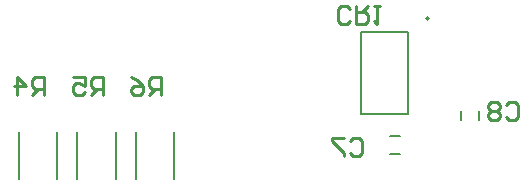
<source format=gbo>
G04*
G04 #@! TF.GenerationSoftware,Altium Limited,Altium Designer,19.1.5 (86)*
G04*
G04 Layer_Color=32896*
%FSLAX25Y25*%
%MOIN*%
G70*
G01*
G75*
%ADD10C,0.00787*%
%ADD13C,0.01000*%
%ADD14C,0.00600*%
D10*
X274925Y149547D02*
X278075D01*
X274925Y155453D02*
X278075D01*
X304453Y160925D02*
Y164075D01*
X298547Y160925D02*
Y164075D01*
X163898Y141126D02*
Y156874D01*
X151102Y141126D02*
Y156874D01*
X183398Y141126D02*
Y156874D01*
X170602Y141126D02*
Y156874D01*
X202898Y141126D02*
Y156874D01*
X190102Y141126D02*
Y156874D01*
D13*
X198500Y169200D02*
Y175198D01*
X195501D01*
X194501Y174198D01*
Y172199D01*
X195501Y171199D01*
X198500D01*
X196501D02*
X194501Y169200D01*
X188503Y175198D02*
X190503Y174198D01*
X192502Y172199D01*
Y170200D01*
X191502Y169200D01*
X189503D01*
X188503Y170200D01*
Y171199D01*
X189503Y172199D01*
X192502D01*
X179000Y169200D02*
Y175198D01*
X176001D01*
X175001Y174198D01*
Y172199D01*
X176001Y171199D01*
X179000D01*
X177001D02*
X175001Y169200D01*
X169003Y175198D02*
X173002D01*
Y172199D01*
X171003Y173199D01*
X170003D01*
X169003Y172199D01*
Y170200D01*
X170003Y169200D01*
X172002D01*
X173002Y170200D01*
X159500Y169200D02*
Y175198D01*
X156501D01*
X155501Y174198D01*
Y172199D01*
X156501Y171199D01*
X159500D01*
X157501D02*
X155501Y169200D01*
X150503D02*
Y175198D01*
X153502Y172199D01*
X149503D01*
X261499Y194002D02*
X260499Y193002D01*
X258500D01*
X257500Y194002D01*
Y198000D01*
X258500Y199000D01*
X260499D01*
X261499Y198000D01*
X263498Y199000D02*
Y193002D01*
X266497D01*
X267497Y194002D01*
Y196001D01*
X266497Y197001D01*
X263498D01*
X265497D02*
X267497Y199000D01*
X269496D02*
X271496D01*
X270496D01*
Y193002D01*
X269496Y194002D01*
X313501Y165998D02*
X314501Y166998D01*
X316500D01*
X317500Y165998D01*
Y162000D01*
X316500Y161000D01*
X314501D01*
X313501Y162000D01*
X311502Y165998D02*
X310502Y166998D01*
X308503D01*
X307503Y165998D01*
Y164999D01*
X308503Y163999D01*
X307503Y162999D01*
Y162000D01*
X308503Y161000D01*
X310502D01*
X311502Y162000D01*
Y162999D01*
X310502Y163999D01*
X311502Y164999D01*
Y165998D01*
X310502Y163999D02*
X308503D01*
X261501Y153998D02*
X262501Y154998D01*
X264500D01*
X265500Y153998D01*
Y150000D01*
X264500Y149000D01*
X262501D01*
X261501Y150000D01*
X259502Y154998D02*
X255503D01*
Y153998D01*
X259502Y150000D01*
Y149000D01*
D14*
X287850Y194700D02*
G03*
X287850Y194700I-500J0D01*
G01*
X280800Y162800D02*
Y190200D01*
X265200Y162800D02*
X280800D01*
X265200D02*
Y190200D01*
X280800D01*
M02*

</source>
